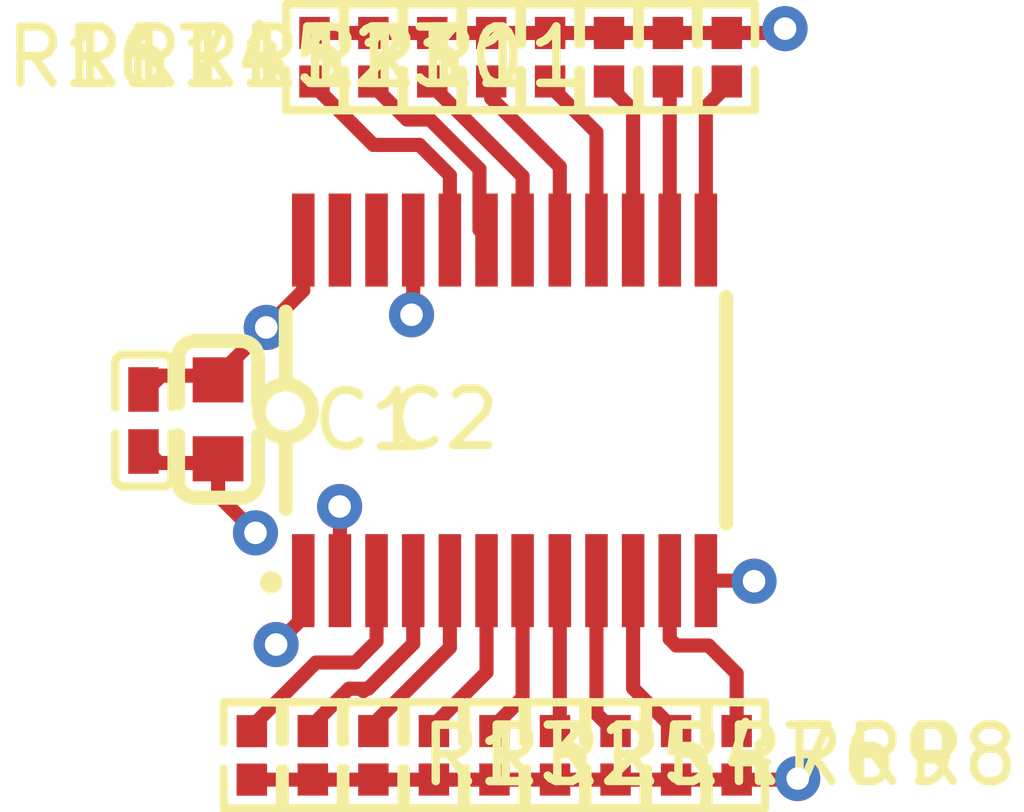
<source format=kicad_pcb>
(kicad_pcb (version 20241229) (generator "pcbnew") (generator_version "9.0")
  (layers (0 "F.Cu" signal) (2 "B.Cu" signal) (13 "F.Paste" user) (15 "B.Paste" user) (5 "F.SilkS" user "F.Silkscreen") (7 "B.SilkS" user "B.Silkscreen") (1 "F.Mask" user) (3 "B.Mask" user) (25 "Edge.Cuts" user))
  (net 0 "")
  (net 1 "SCL")
  (net 2 "SD4")
  (net 3 "RESET_")
  (net 4 "A0")
  (net 5 "SC7")
  (net 6 "SDA")
  (net 7 "hv")
  (net 8 "SC1")
  (net 9 "SC4")
  (net 10 "SC5")
  (net 11 "SD1")
  (net 12 "SD3")
  (net 13 "SD0")
  (net 14 "SD2")
  (net 15 "SC2")
  (net 16 "SC6")
  (net 17 "SC0")
  (net 18 "SD6")
  (net 19 "SC3")
  (net 20 "SD7")
  (net 21 "SD5")
  (net 22 "A2")
  (net 23 "A1")
  (net 24 "gnd")
  (footprint "atopile:R0402-56259e" (layer "F.Cu") (at 193.518093 58.289552 -90)
    (property "Reference" "R1" (hide yes))
    (property "Value" "10kΩ ±1% 62.5mW" (hide yes))
    (fp_line (start -0.94 0.5) (end -0.94 -0.5) (stroke (width 0.15)) (layer "F.SilkS"))
    (fp_line (start -0.23 0.5) (end -0.94 0.5) (stroke (width 0.15)) (layer "F.SilkS"))
    (fp_line (start 0.23 0.5) (end 0.94 0.5) (stroke (width 0.15)) (layer "F.SilkS"))
    (fp_line (start 0.94 0.5) (end 0.94 -0.5) (stroke (width 0.15)) (layer "F.SilkS"))
    (fp_line (start -0.94 -0.5) (end -0.23 -0.5) (stroke (width 0.15)) (layer "F.SilkS"))
    (fp_line (start 0.94 -0.5) (end 0.23 -0.5) (stroke (width 0.15)) (layer "F.SilkS"))
    (fp_text user "${REFERENCE}" (at 0 -4 0) (layer "F.SilkS"))
    (pad "1" smd rect (at -0.43 0 270) (size 0.57 0.54) (layers "F.Cu" "F.Mask" "F.Paste") (net 3 "RESET_"))
    (pad "2" smd rect (at 0.43 0 270) (size 0.57 0.54) (layers "F.Cu" "F.Mask" "F.Paste") (net 7 "hv"))
  )
  (footprint "atopile:R0402-56259e" (layer "F.Cu") (at 197.763033 45.907076 90)
    (property "Reference" "R15" (hide yes))
    (property "Value" "10kΩ ±1% 62.5mW" (hide yes))
    (fp_line (start 0.94 -0.5) (end 0.23 -0.5) (stroke (width 0.15)) (layer "F.SilkS"))
    (fp_line (start -0.94 -0.5) (end -0.23 -0.5) (stroke (width 0.15)) (layer "F.SilkS"))
    (fp_line (start 0.94 0.5) (end 0.94 -0.5) (stroke (width 0.15)) (layer "F.SilkS"))
    (fp_line (start 0.23 0.5) (end 0.94 0.5) (stroke (width 0.15)) (layer "F.SilkS"))
    (fp_line (start -0.23 0.5) (end -0.94 0.5) (stroke (width 0.15)) (layer "F.SilkS"))
    (fp_line (start -0.94 0.5) (end -0.94 -0.5) (stroke (width 0.15)) (layer "F.SilkS"))
    (fp_text user "${REFERENCE}" (at 0 -4 0) (layer "F.SilkS"))
    (pad "1" smd rect (at -0.43 0 90) (size 0.57 0.54) (layers "F.Cu" "F.Mask" "F.Paste") (net 18 "SD6"))
    (pad "2" smd rect (at 0.43 0 90) (size 0.57 0.54) (layers "F.Cu" "F.Mask" "F.Paste") (net 7 "hv"))
  )
  (footprint "atopile:R0402-56259e" (layer "F.Cu") (at 194.628912 45.907076 90)
    (property "Reference" "R16" (hide yes))
    (property "Value" "10kΩ ±1% 62.5mW" (hide yes))
    (fp_line (start 0.94 -0.5) (end 0.23 -0.5) (stroke (width 0.15)) (layer "F.SilkS"))
    (fp_line (start -0.94 -0.5) (end -0.23 -0.5) (stroke (width 0.15)) (layer "F.SilkS"))
    (fp_line (start 0.94 0.5) (end 0.94 -0.5) (stroke (width 0.15)) (layer "F.SilkS"))
    (fp_line (start 0.23 0.5) (end 0.94 0.5) (stroke (width 0.15)) (layer "F.SilkS"))
    (fp_line (start -0.23 0.5) (end -0.94 0.5) (stroke (width 0.15)) (layer "F.SilkS"))
    (fp_line (start -0.94 0.5) (end -0.94 -0.5) (stroke (width 0.15)) (layer "F.SilkS"))
    (fp_text user "${REFERENCE}" (at 0 -4 0) (layer "F.SilkS"))
    (pad "1" smd rect (at -0.43 0 90) (size 0.57 0.54) (layers "F.Cu" "F.Mask" "F.Paste") (net 5 "SC7"))
    (pad "2" smd rect (at 0.43 0 90) (size 0.57 0.54) (layers "F.Cu" "F.Mask" "F.Paste") (net 7 "hv"))
  )
  (footprint "atopile:R0402-56259e" (layer "F.Cu") (at 197.821241 58.287358 -90)
    (property "Reference" "R4" (hide yes))
    (property "Value" "10kΩ ±1% 62.5mW" (hide yes))
    (fp_line (start -0.94 0.5) (end -0.94 -0.5) (stroke (width 0.15)) (layer "F.SilkS"))
    (fp_line (start -0.23 0.5) (end -0.94 0.5) (stroke (width 0.15)) (layer "F.SilkS"))
    (fp_line (start 0.23 0.5) (end 0.94 0.5) (stroke (width 0.15)) (layer "F.SilkS"))
    (fp_line (start 0.94 0.5) (end 0.94 -0.5) (stroke (width 0.15)) (layer "F.SilkS"))
    (fp_line (start -0.94 -0.5) (end -0.23 -0.5) (stroke (width 0.15)) (layer "F.SilkS"))
    (fp_line (start 0.94 -0.5) (end 0.23 -0.5) (stroke (width 0.15)) (layer "F.SilkS"))
    (fp_text user "${REFERENCE}" (at 0 -4 0) (layer "F.SilkS"))
    (pad "1" smd rect (at -0.43 0 270) (size 0.57 0.54) (layers "F.Cu" "F.Mask" "F.Paste") (net 8 "SC1"))
    (pad "2" smd rect (at 0.43 0 270) (size 0.57 0.54) (layers "F.Cu" "F.Mask" "F.Paste") (net 7 "hv"))
  )
  (footprint "atopile:R0402-56259e" (layer "F.Cu") (at 196.747475 58.287358 -90)
    (property "Reference" "R5" (hide yes))
    (property "Value" "10kΩ ±1% 62.5mW" (hide yes))
    (fp_line (start -0.94 0.5) (end -0.94 -0.5) (stroke (width 0.15)) (layer "F.SilkS"))
    (fp_line (start -0.23 0.5) (end -0.94 0.5) (stroke (width 0.15)) (layer "F.SilkS"))
    (fp_line (start 0.23 0.5) (end 0.94 0.5) (stroke (width 0.15)) (layer "F.SilkS"))
    (fp_line (start 0.94 0.5) (end 0.94 -0.5) (stroke (width 0.15)) (layer "F.SilkS"))
    (fp_line (start -0.94 -0.5) (end -0.23 -0.5) (stroke (width 0.15)) (layer "F.SilkS"))
    (fp_line (start 0.94 -0.5) (end 0.23 -0.5) (stroke (width 0.15)) (layer "F.SilkS"))
    (fp_text user "${REFERENCE}" (at 0 -4 0) (layer "F.SilkS"))
    (pad "1" smd rect (at -0.43 0 270) (size 0.57 0.54) (layers "F.Cu" "F.Mask" "F.Paste") (net 11 "SD1"))
    (pad "2" smd rect (at 0.43 0 270) (size 0.57 0.54) (layers "F.Cu" "F.Mask" "F.Paste") (net 7 "hv"))
  )
  (footprint "atopile:C0603-bd72f6" (layer "F.Cu") (at 192.91898 52.329291 -90)
    (property "Reference" "C2" (hide yes))
    (property "Value" "2.2µF ±10% 16V X5R" (hide yes))
    (fp_line (start -0.28 0.71) (end -1.08 0.71) (stroke (width 0.25)) (layer "F.SilkS"))
    (fp_line (start 0.28 0.71) (end 1.08 0.71) (stroke (width 0.25)) (layer "F.SilkS"))
    (fp_line (start -1.39 0.4) (end -1.39 -0.4) (stroke (width 0.25)) (layer "F.SilkS"))
    (fp_line (start 1.39 -0.4) (end 1.39 0.4) (stroke (width 0.25)) (layer "F.SilkS"))
    (fp_line (start -0.28 -0.71) (end -1.08 -0.71) (stroke (width 0.25)) (layer "F.SilkS"))
    (fp_line (start 0.28 -0.71) (end 1.08 -0.71) (stroke (width 0.25)) (layer "F.SilkS"))
    (fp_arc (start -1.08 0.71) (mid -1.299203 0.619203) (end -1.39 0.4) (stroke (width 0.25)) (layer "F.SilkS"))
    (fp_arc (start 1.39 0.4) (mid 1.299203 0.619203) (end 1.08 0.71) (stroke (width 0.25)) (layer "F.SilkS"))
    (fp_arc (start -1.39 -0.4) (mid -1.299203 -0.619203) (end -1.08 -0.71) (stroke (width 0.25)) (layer "F.SilkS"))
    (fp_arc (start 1.08 -0.71) (mid 1.299203 -0.619203) (end 1.39 -0.4) (stroke (width 0.25)) (layer "F.SilkS"))
    (fp_text user "${REFERENCE}" (at 0 -4 0) (layer "F.SilkS"))
    (pad "1" smd rect (at -0.7 0 270) (size 0.8 0.9) (layers "F.Cu" "F.Mask" "F.Paste") (net 7 "hv"))
    (pad "2" smd rect (at 0.7 0 270) (size 0.8 0.9) (layers "F.Cu" "F.Mask" "F.Paste") (net 24 "gnd"))
  )
  (footprint "atopile:R0402-56259e" (layer "F.Cu") (at 202.116307 58.287358 -90)
    (property "Reference" "R8" (hide yes))
    (property "Value" "10kΩ ±1% 62.5mW" (hide yes))
    (fp_line (start -0.94 0.5) (end -0.94 -0.5) (stroke (width 0.15)) (layer "F.SilkS"))
    (fp_line (start -0.23 0.5) (end -0.94 0.5) (stroke (width 0.15)) (layer "F.SilkS"))
    (fp_line (start 0.23 0.5) (end 0.94 0.5) (stroke (width 0.15)) (layer "F.SilkS"))
    (fp_line (start 0.94 0.5) (end 0.94 -0.5) (stroke (width 0.15)) (layer "F.SilkS"))
    (fp_line (start -0.94 -0.5) (end -0.23 -0.5) (stroke (width 0.15)) (layer "F.SilkS"))
    (fp_line (start 0.94 -0.5) (end 0.23 -0.5) (stroke (width 0.15)) (layer "F.SilkS"))
    (fp_text user "${REFERENCE}" (at 0 -4 0) (layer "F.SilkS"))
    (pad "1" smd rect (at -0.43 0 270) (size 0.57 0.54) (layers "F.Cu" "F.Mask" "F.Paste") (net 19 "SC3"))
    (pad "2" smd rect (at 0.43 0 270) (size 0.57 0.54) (layers "F.Cu" "F.Mask" "F.Paste") (net 7 "hv"))
  )
  (footprint "atopile:R0402-56259e" (layer "F.Cu") (at 201.941863 45.907076 90)
    (property "Reference" "R11" (hide yes))
    (property "Value" "10kΩ ±1% 62.5mW" (hide yes))
    (fp_line (start 0.94 -0.5) (end 0.23 -0.5) (stroke (width 0.15)) (layer "F.SilkS"))
    (fp_line (start -0.94 -0.5) (end -0.23 -0.5) (stroke (width 0.15)) (layer "F.SilkS"))
    (fp_line (start 0.94 0.5) (end 0.94 -0.5) (stroke (width 0.15)) (layer "F.SilkS"))
    (fp_line (start 0.23 0.5) (end 0.94 0.5) (stroke (width 0.15)) (layer "F.SilkS"))
    (fp_line (start -0.23 0.5) (end -0.94 0.5) (stroke (width 0.15)) (layer "F.SilkS"))
    (fp_line (start -0.94 0.5) (end -0.94 -0.5) (stroke (width 0.15)) (layer "F.SilkS"))
    (fp_text user "${REFERENCE}" (at 0 -4 0) (layer "F.SilkS"))
    (pad "1" smd rect (at -0.43 0 90) (size 0.57 0.54) (layers "F.Cu" "F.Mask" "F.Paste") (net 2 "SD4"))
    (pad "2" smd rect (at 0.43 0 90) (size 0.57 0.54) (layers "F.Cu" "F.Mask" "F.Paste") (net 7 "hv"))
  )
  (footprint "atopile:R0402-56259e" (layer "F.Cu") (at 195.673619 45.907076 90)
    (property "Reference" "R17" (hide yes))
    (property "Value" "10kΩ ±1% 62.5mW" (hide yes))
    (fp_line (start 0.94 -0.5) (end 0.23 -0.5) (stroke (width 0.15)) (layer "F.SilkS"))
    (fp_line (start -0.94 -0.5) (end -0.23 -0.5) (stroke (width 0.15)) (layer "F.SilkS"))
    (fp_line (start 0.94 0.5) (end 0.94 -0.5) (stroke (width 0.15)) (layer "F.SilkS"))
    (fp_line (start 0.23 0.5) (end 0.94 0.5) (stroke (width 0.15)) (layer "F.SilkS"))
    (fp_line (start -0.23 0.5) (end -0.94 0.5) (stroke (width 0.15)) (layer "F.SilkS"))
    (fp_line (start -0.94 0.5) (end -0.94 -0.5) (stroke (width 0.15)) (layer "F.SilkS"))
    (fp_text user "${REFERENCE}" (at 0 -4 0) (layer "F.SilkS"))
    (pad "1" smd rect (at -0.43 0 90) (size 0.57 0.54) (layers "F.Cu" "F.Mask" "F.Paste") (net 20 "SD7"))
    (pad "2" smd rect (at 0.43 0 90) (size 0.57 0.54) (layers "F.Cu" "F.Mask" "F.Paste") (net 7 "hv"))
  )
  (footprint "atopile:R0402-56259e" (layer "F.Cu") (at 199.852447 45.907076 90)
    (property "Reference" "R13" (hide yes))
    (property "Value" "10kΩ ±1% 62.5mW" (hide yes))
    (fp_line (start 0.94 -0.5) (end 0.23 -0.5) (stroke (width 0.15)) (layer "F.SilkS"))
    (fp_line (start -0.94 -0.5) (end -0.23 -0.5) (stroke (width 0.15)) (layer "F.SilkS"))
    (fp_line (start 0.94 0.5) (end 0.94 -0.5) (stroke (width 0.15)) (layer "F.SilkS"))
    (fp_line (start 0.23 0.5) (end 0.94 0.5) (stroke (width 0.15)) (layer "F.SilkS"))
    (fp_line (start -0.23 0.5) (end -0.94 0.5) (stroke (width 0.15)) (layer "F.SilkS"))
    (fp_line (start -0.94 0.5) (end -0.94 -0.5) (stroke (width 0.15)) (layer "F.SilkS"))
    (fp_text user "${REFERENCE}" (at 0 -4 0) (layer "F.SilkS"))
    (pad "1" smd rect (at -0.43 0 90) (size 0.57 0.54) (layers "F.Cu" "F.Mask" "F.Paste") (net 21 "SD5"))
    (pad "2" smd rect (at 0.43 0 90) (size 0.57 0.54) (layers "F.Cu" "F.Mask" "F.Paste") (net 7 "hv"))
  )
  (footprint "atopile:C0402-b3ef17" (layer "F.Cu") (at 191.596082 52.349702 -90)
    (property "Reference" "C1" (hide yes))
    (property "Value" "100nF ±10% 16V X7R" (hide yes))
    (fp_line (start -0.23 0.5) (end -1.02 0.5) (stroke (width 0.15)) (layer "F.SilkS"))
    (fp_line (start 0.23 0.5) (end 1.02 0.5) (stroke (width 0.15)) (layer "F.SilkS"))
    (fp_line (start -1.17 0.35) (end -1.17 -0.35) (stroke (width 0.15)) (layer "F.SilkS"))
    (fp_line (start 1.17 0.35) (end 1.17 -0.35) (stroke (width 0.15)) (layer "F.SilkS"))
    (fp_line (start -1.02 -0.5) (end -0.23 -0.5) (stroke (width 0.15)) (layer "F.SilkS"))
    (fp_line (start 1.02 -0.5) (end 0.23 -0.5) (stroke (width 0.15)) (layer "F.SilkS"))
    (fp_arc (start -1.02 0.5) (mid -1.126066 0.456066) (end -1.17 0.35) (stroke (width 0.15)) (layer "F.SilkS"))
    (fp_arc (start 1.17 0.35) (mid 1.126066 0.456066) (end 1.02 0.5) (stroke (width 0.15)) (layer "F.SilkS"))
    (fp_arc (start -1.17 -0.35) (mid -1.126066 -0.456066) (end -1.02 -0.5) (stroke (width 0.15)) (layer "F.SilkS"))
    (fp_arc (start 1.02 -0.5) (mid 1.126066 -0.456066) (end 1.17 -0.35) (stroke (width 0.15)) (layer "F.SilkS"))
    (fp_text user "${REFERENCE}" (at 0 -4 0) (layer "F.SilkS"))
    (pad "1" smd rect (at -0.55 0 270) (size 0.79 0.54) (layers "F.Cu" "F.Mask" "F.Paste") (net 7 "hv"))
    (pad "2" smd rect (at 0.55 0 270) (size 0.79 0.54) (layers "F.Cu" "F.Mask" "F.Paste") (net 24 "gnd"))
  )
  (footprint "lib:TSSOP-24_L7.8-W4.4-P0.65-LS6.4-BL" (layer "F.Cu") (at 198 52.17)
    (property "Reference" "U1" (hide yes))
    (property "Value" "" (hide yes))
    (fp_line (start -3.88 -0.48) (end -3.88 -1.75) (stroke (width 0.25)) (layer "F.SilkS"))
    (fp_line (start -3.88 1.75) (end -3.88 0.48) (stroke (width 0.25)) (layer "F.SilkS"))
    (fp_line (start 3.93 -2.01) (end 3.93 2.01) (stroke (width 0.25)) (layer "F.SilkS"))
    (fp_arc (start -3.888203 0.479928) (mid -3.87585 -0.459982) (end -3.88 0.48) (stroke (width 0.25)) (layer "F.SilkS"))
    (fp_circle (center -4.14 3.05) (end -4.04 3.05) (stroke (width 0.2)) (fill no) (layer "F.SilkS"))
    (pad "1" smd rect (at -3.57 3.02) (size 0.4 1.65) (layers "F.Cu" "F.Mask" "F.Paste") (net 4 "A0"))
    (pad "2" smd rect (at -2.92 3.02) (size 0.4 1.65) (layers "F.Cu" "F.Mask" "F.Paste") (net 23 "A1"))
    (pad "3" smd rect (at -2.27 3.02) (size 0.4 1.65) (layers "F.Cu" "F.Mask" "F.Paste") (net 3 "RESET_"))
    (pad "4" smd rect (at -1.62 3.02) (size 0.4 1.65) (layers "F.Cu" "F.Mask" "F.Paste") (net 13 "SD0"))
    (pad "5" smd rect (at -0.97 3.02) (size 0.4 1.65) (layers "F.Cu" "F.Mask" "F.Paste") (net 17 "SC0"))
    (pad "6" smd rect (at -0.32 3.02) (size 0.4 1.65) (layers "F.Cu" "F.Mask" "F.Paste") (net 11 "SD1"))
    (pad "7" smd rect (at 0.32 3.02) (size 0.4 1.65) (layers "F.Cu" "F.Mask" "F.Paste") (net 8 "SC1"))
    (pad "8" smd rect (at 0.98 3.02) (size 0.4 1.65) (layers "F.Cu" "F.Mask" "F.Paste") (net 14 "SD2"))
    (pad "9" smd rect (at 1.63 3.02) (size 0.4 1.65) (layers "F.Cu" "F.Mask" "F.Paste") (net 15 "SC2"))
    (pad "10" smd rect (at 2.28 3.02) (size 0.4 1.65) (layers "F.Cu" "F.Mask" "F.Paste") (net 12 "SD3"))
    (pad "11" smd rect (at 2.93 3.02) (size 0.4 1.65) (layers "F.Cu" "F.Mask" "F.Paste") (net 19 "SC3"))
    (pad "12" smd rect (at 3.57 3.02) (size 0.4 1.65) (layers "F.Cu" "F.Mask" "F.Paste") (net 24 "gnd"))
    (pad "13" smd rect (at 3.57 -3.02) (size 0.4 1.65) (layers "F.Cu" "F.Mask" "F.Paste") (net 2 "SD4"))
    (pad "14" smd rect (at 2.93 -3.02) (size 0.4 1.65) (layers "F.Cu" "F.Mask" "F.Paste") (net 9 "SC4"))
    (pad "15" smd rect (at 2.28 -3.02) (size 0.4 1.65) (layers "F.Cu" "F.Mask" "F.Paste") (net 21 "SD5"))
    (pad "16" smd rect (at 1.63 -3.02) (size 0.4 1.65) (layers "F.Cu" "F.Mask" "F.Paste") (net 10 "SC5"))
    (pad "17" smd rect (at 0.98 -3.02) (size 0.4 1.65) (layers "F.Cu" "F.Mask" "F.Paste") (net 18 "SD6"))
    (pad "18" smd rect (at 0.32 -3.02) (size 0.4 1.65) (layers "F.Cu" "F.Mask" "F.Paste") (net 16 "SC6"))
    (pad "19" smd rect (at -0.32 -3.02) (size 0.4 1.65) (layers "F.Cu" "F.Mask" "F.Paste") (net 20 "SD7"))
    (pad "20" smd rect (at -0.97 -3.02) (size 0.4 1.65) (layers "F.Cu" "F.Mask" "F.Paste") (net 5 "SC7"))
    (pad "21" smd rect (at -1.62 -3.02) (size 0.4 1.65) (layers "F.Cu" "F.Mask" "F.Paste") (net 22 "A2"))
    (pad "22" smd rect (at -2.27 -3.02) (size 0.4 1.65) (layers "F.Cu" "F.Mask" "F.Paste") (net 1 "SCL"))
    (pad "23" smd rect (at -2.92 -3.02) (size 0.4 1.65) (layers "F.Cu" "F.Mask" "F.Paste") (net 6 "SDA"))
    (pad "24" smd rect (at -3.57 -3.02) (size 0.4 1.65) (layers "F.Cu" "F.Mask" "F.Paste") (net 7 "hv"))
  )
  (footprint "atopile:R0402-56259e" (layer "F.Cu") (at 200.897154 45.907076 90)
    (property "Reference" "R10" (hide yes))
    (property "Value" "10kΩ ±1% 62.5mW" (hide yes))
    (fp_line (start 0.94 -0.5) (end 0.23 -0.5) (stroke (width 0.15)) (layer "F.SilkS"))
    (fp_line (start -0.94 -0.5) (end -0.23 -0.5) (stroke (width 0.15)) (layer "F.SilkS"))
    (fp_line (start 0.94 0.5) (end 0.94 -0.5) (stroke (width 0.15)) (layer "F.SilkS"))
    (fp_line (start 0.23 0.5) (end 0.94 0.5) (stroke (width 0.15)) (layer "F.SilkS"))
    (fp_line (start -0.23 0.5) (end -0.94 0.5) (stroke (width 0.15)) (layer "F.SilkS"))
    (fp_line (start -0.94 0.5) (end -0.94 -0.5) (stroke (width 0.15)) (layer "F.SilkS"))
    (fp_text user "${REFERENCE}" (at 0 -4 0) (layer "F.SilkS"))
    (pad "1" smd rect (at -0.43 0 90) (size 0.57 0.54) (layers "F.Cu" "F.Mask" "F.Paste") (net 9 "SC4"))
    (pad "2" smd rect (at 0.43 0 90) (size 0.57 0.54) (layers "F.Cu" "F.Mask" "F.Paste") (net 7 "hv"))
  )
  (footprint "atopile:R0402-56259e" (layer "F.Cu") (at 198.895007 58.287358 -90)
    (property "Reference" "R7" (hide yes))
    (property "Value" "10kΩ ±1% 62.5mW" (hide yes))
    (fp_line (start -0.94 0.5) (end -0.94 -0.5) (stroke (width 0.15)) (layer "F.SilkS"))
    (fp_line (start -0.23 0.5) (end -0.94 0.5) (stroke (width 0.15)) (layer "F.SilkS"))
    (fp_line (start 0.23 0.5) (end 0.94 0.5) (stroke (width 0.15)) (layer "F.SilkS"))
    (fp_line (start 0.94 0.5) (end 0.94 -0.5) (stroke (width 0.15)) (layer "F.SilkS"))
    (fp_line (start -0.94 -0.5) (end -0.23 -0.5) (stroke (width 0.15)) (layer "F.SilkS"))
    (fp_line (start 0.94 -0.5) (end 0.23 -0.5) (stroke (width 0.15)) (layer "F.SilkS"))
    (fp_text user "${REFERENCE}" (at 0 -4 0) (layer "F.SilkS"))
    (pad "1" smd rect (at -0.43 0 270) (size 0.57 0.54) (layers "F.Cu" "F.Mask" "F.Paste") (net 14 "SD2"))
    (pad "2" smd rect (at 0.43 0 270) (size 0.57 0.54) (layers "F.Cu" "F.Mask" "F.Paste") (net 7 "hv"))
  )
  (footprint "atopile:R0402-56259e" (layer "F.Cu") (at 201.042539 58.287358 -90)
    (property "Reference" "R9" (hide yes))
    (property "Value" "10kΩ ±1% 62.5mW" (hide yes))
    (fp_line (start -0.94 0.5) (end -0.94 -0.5) (stroke (width 0.15)) (layer "F.SilkS"))
    (fp_line (start -0.23 0.5) (end -0.94 0.5) (stroke (width 0.15)) (layer "F.SilkS"))
    (fp_line (start 0.23 0.5) (end 0.94 0.5) (stroke (width 0.15)) (layer "F.SilkS"))
    (fp_line (start 0.94 0.5) (end 0.94 -0.5) (stroke (width 0.15)) (layer "F.SilkS"))
    (fp_line (start -0.94 -0.5) (end -0.23 -0.5) (stroke (width 0.15)) (layer "F.SilkS"))
    (fp_line (start 0.94 -0.5) (end 0.23 -0.5) (stroke (width 0.15)) (layer "F.SilkS"))
    (fp_text user "${REFERENCE}" (at 0 -4 0) (layer "F.SilkS"))
    (pad "1" smd rect (at -0.43 0 270) (size 0.57 0.54) (layers "F.Cu" "F.Mask" "F.Paste") (net 12 "SD3"))
    (pad "2" smd rect (at 0.43 0 270) (size 0.57 0.54) (layers "F.Cu" "F.Mask" "F.Paste") (net 7 "hv"))
  )
  (footprint "atopile:R0402-56259e" (layer "F.Cu") (at 199.968773 58.287358 -90)
    (property "Reference" "R6" (hide yes))
    (property "Value" "10kΩ ±1% 62.5mW" (hide yes))
    (fp_line (start -0.94 0.5) (end -0.94 -0.5) (stroke (width 0.15)) (layer "F.SilkS"))
    (fp_line (start -0.23 0.5) (end -0.94 0.5) (stroke (width 0.15)) (layer "F.SilkS"))
    (fp_line (start 0.23 0.5) (end 0.94 0.5) (stroke (width 0.15)) (layer "F.SilkS"))
    (fp_line (start 0.94 0.5) (end 0.94 -0.5) (stroke (width 0.15)) (layer "F.SilkS"))
    (fp_line (start -0.94 -0.5) (end -0.23 -0.5) (stroke (width 0.15)) (layer "F.SilkS"))
    (fp_line (start 0.94 -0.5) (end 0.23 -0.5) (stroke (width 0.15)) (layer "F.SilkS"))
    (fp_text user "${REFERENCE}" (at 0 -4 0) (layer "F.SilkS"))
    (pad "1" smd rect (at -0.43 0 270) (size 0.57 0.54) (layers "F.Cu" "F.Mask" "F.Paste") (net 15 "SC2"))
    (pad "2" smd rect (at 0.43 0 270) (size 0.57 0.54) (layers "F.Cu" "F.Mask" "F.Paste") (net 7 "hv"))
  )
  (footprint "atopile:R0402-56259e" (layer "F.Cu") (at 198.80774 45.907076 90)
    (property "Reference" "R12" (hide yes))
    (property "Value" "10kΩ ±1% 62.5mW" (hide yes))
    (fp_line (start 0.94 -0.5) (end 0.23 -0.5) (stroke (width 0.15)) (layer "F.SilkS"))
    (fp_line (start -0.94 -0.5) (end -0.23 -0.5) (stroke (width 0.15)) (layer "F.SilkS"))
    (fp_line (start 0.94 0.5) (end 0.94 -0.5) (stroke (width 0.15)) (layer "F.SilkS"))
    (fp_line (start 0.23 0.5) (end 0.94 0.5) (stroke (width 0.15)) (layer "F.SilkS"))
    (fp_line (start -0.23 0.5) (end -0.94 0.5) (stroke (width 0.15)) (layer "F.SilkS"))
    (fp_line (start -0.94 0.5) (end -0.94 -0.5) (stroke (width 0.15)) (layer "F.SilkS"))
    (fp_text user "${REFERENCE}" (at 0 -4 0) (layer "F.SilkS"))
    (pad "1" smd rect (at -0.43 0 90) (size 0.57 0.54) (layers "F.Cu" "F.Mask" "F.Paste") (net 10 "SC5"))
    (pad "2" smd rect (at 0.43 0 90) (size 0.57 0.54) (layers "F.Cu" "F.Mask" "F.Paste") (net 7 "hv"))
  )
  (footprint "atopile:R0402-56259e" (layer "F.Cu") (at 196.718326 45.907076 90)
    (property "Reference" "R14" (hide yes))
    (property "Value" "10kΩ ±1% 62.5mW" (hide yes))
    (fp_line (start 0.94 -0.5) (end 0.23 -0.5) (stroke (width 0.15)) (layer "F.SilkS"))
    (fp_line (start -0.94 -0.5) (end -0.23 -0.5) (stroke (width 0.15)) (layer "F.SilkS"))
    (fp_line (start 0.94 0.5) (end 0.94 -0.5) (stroke (width 0.15)) (layer "F.SilkS"))
    (fp_line (start 0.23 0.5) (end 0.94 0.5) (stroke (width 0.15)) (layer "F.SilkS"))
    (fp_line (start -0.23 0.5) (end -0.94 0.5) (stroke (width 0.15)) (layer "F.SilkS"))
    (fp_line (start -0.94 0.5) (end -0.94 -0.5) (stroke (width 0.15)) (layer "F.SilkS"))
    (fp_text user "${REFERENCE}" (at 0 -4 0) (layer "F.SilkS"))
    (pad "1" smd rect (at -0.43 0 90) (size 0.57 0.54) (layers "F.Cu" "F.Mask" "F.Paste") (net 16 "SC6"))
    (pad "2" smd rect (at 0.43 0 90) (size 0.57 0.54) (layers "F.Cu" "F.Mask" "F.Paste") (net 7 "hv"))
  )
  (footprint "atopile:R0402-56259e" (layer "F.Cu") (at 195.673709 58.287358 -90)
    (property "Reference" "R2" (hide yes))
    (property "Value" "10kΩ ±1% 62.5mW" (hide yes))
    (fp_line (start -0.94 0.5) (end -0.94 -0.5) (stroke (width 0.15)) (layer "F.SilkS"))
    (fp_line (start -0.23 0.5) (end -0.94 0.5) (stroke (width 0.15)) (layer "F.SilkS"))
    (fp_line (start 0.23 0.5) (end 0.94 0.5) (stroke (width 0.15)) (layer "F.SilkS"))
    (fp_line (start 0.94 0.5) (end 0.94 -0.5) (stroke (width 0.15)) (layer "F.SilkS"))
    (fp_line (start -0.94 -0.5) (end -0.23 -0.5) (stroke (width 0.15)) (layer "F.SilkS"))
    (fp_line (start 0.94 -0.5) (end 0.23 -0.5) (stroke (width 0.15)) (layer "F.SilkS"))
    (fp_text user "${REFERENCE}" (at 0 -4 0) (layer "F.SilkS"))
    (pad "1" smd rect (at -0.43 0 270) (size 0.57 0.54) (layers "F.Cu" "F.Mask" "F.Paste") (net 17 "SC0"))
    (pad "2" smd rect (at 0.43 0 270) (size 0.57 0.54) (layers "F.Cu" "F.Mask" "F.Paste") (net 7 "hv"))
  )
  (footprint "atopile:R0402-56259e" (layer "F.Cu") (at 194.599943 58.287358 -90)
    (property "Reference" "R3" (hide yes))
    (property "Value" "10kΩ ±1% 62.5mW" (hide yes))
    (fp_line (start -0.94 0.5) (end -0.94 -0.5) (stroke (width 0.15)) (layer "F.SilkS"))
    (fp_line (start -0.23 0.5) (end -0.94 0.5) (stroke (width 0.15)) (layer "F.SilkS"))
    (fp_line (start 0.23 0.5) (end 0.94 0.5) (stroke (width 0.15)) (layer "F.SilkS"))
    (fp_line (start 0.94 0.5) (end 0.94 -0.5) (stroke (width 0.15)) (layer "F.SilkS"))
    (fp_line (start -0.94 -0.5) (end -0.23 -0.5) (stroke (width 0.15)) (layer "F.SilkS"))
    (fp_line (start 0.94 -0.5) (end 0.23 -0.5) (stroke (width 0.15)) (layer "F.SilkS"))
    (fp_text user "${REFERENCE}" (at 0 -4 0) (layer "F.SilkS"))
    (pad "1" smd rect (at -0.43 0 270) (size 0.57 0.54) (layers "F.Cu" "F.Mask" "F.Paste") (net 13 "SD0"))
    (pad "2" smd rect (at 0.43 0 270) (size 0.57 0.54) (layers "F.Cu" "F.Mask" "F.Paste") (net 7 "hv"))
  )
  (segment (start 201.57 46.788939) (end 201.57 49.15) (width 0.25) (layer "F.Cu") (net 2))
  (segment (start 201.941863 46.417076) (end 201.57 46.788939) (width 0.25) (layer "F.Cu") (net 2))
  (segment (start 195.73 55.19) (end 195.73 56.265) (width 0.25) (layer "F.Cu") (net 3))
  (segment (start 195.73 56.265) (end 195.353 56.642) (width 0.25) (layer "F.Cu") (net 3))
  (segment (start 195.353 56.642) (end 194.655645 56.642) (width 0.25) (layer "F.Cu") (net 3))
  (segment (start 194.655645 56.642) (end 193.518093 57.779552) (width 0.25) (layer "F.Cu") (net 3))
  (segment (start 194.43 55.84234) (end 193.94867 56.32367) (width 0.25) (layer "F.Cu") (net 4))
  (segment (start 194.43 55.19) (end 194.43 55.84234) (width 0.25) (layer "F.Cu") (net 4))
  (via (at 193.94867 56.32367) (size 0.8) (drill 0.4) (layers "F.Cu" "B.Cu") (net 4))
  (segment (start 197.03 48.001542) (end 197.03 49.15) (width 0.25) (layer "F.Cu") (net 5))
  (segment (start 195.673912 47.462076) (end 196.490534 47.462076) (width 0.25) (layer "F.Cu") (net 5))
  (segment (start 194.628912 46.417076) (end 195.673912 47.462076) (width 0.25) (layer "F.Cu") (net 5))
  (segment (start 196.490534 47.462076) (end 197.03 48.001542) (width 0.25) (layer "F.Cu") (net 5))
  (segment (start 193.518093 58.719552) (end 203.180448 58.719552) (width 0.25) (layer "F.Cu") (net 7))
  (segment (start 201.941863 45.477076) (end 202.897924 45.477076) (width 0.25) (layer "F.Cu") (net 7))
  (segment (start 192.91898 51.55429) (end 193.774135 50.699135) (width 0.25) (layer "F.Cu") (net 7))
  (segment (start 191.911493 51.554291) (end 191.596082 51.869702) (width 0.25) (layer "F.Cu") (net 7))
  (segment (start 193.774135 50.699135) (end 192.91898 51.554291) (width 0.25) (layer "F.Cu") (net 7))
  (segment (start 194.43 50.043271) (end 193.774135 50.699135) (width 0.25) (layer "F.Cu") (net 7))
  (segment (start 192.91898 51.554291) (end 191.911493 51.554291) (width 0.25) (layer "F.Cu") (net 7))
  (segment (start 203.180448 58.719552) (end 203.2 58.7) (width 0.25) (layer "F.Cu") (net 7))
  (segment (start 194.628912 45.477076) (end 201.941863 45.477076) (width 0.25) (layer "F.Cu") (net 7))
  (segment (start 192.91898 51.629291) (end 192.91898 51.55429) (width 0.25) (layer "F.Cu") (net 7))
  (segment (start 194.43 49.15) (end 194.43 50.043271) (width 0.25) (layer "F.Cu") (net 7))
  (segment (start 202.897924 45.477076) (end 202.975 45.4) (width 0.25) (layer "F.Cu") (net 7))
  (via (at 202.975 45.4) (size 0.8) (drill 0.4) (layers "F.Cu" "B.Cu") (net 7))
  (via (at 193.774135 50.699135) (size 0.8) (drill 0.4) (layers "F.Cu" "B.Cu") (net 7))
  (via (at 203.2 58.7) (size 0.8) (drill 0.4) (layers "F.Cu" "B.Cu") (net 7))
  (segment (start 198.32 57.267112) (end 198.32 55.19) (width 0.25) (layer "F.Cu") (net 8))
  (segment (start 197.779896 57.807216) (end 198.32 57.267112) (width 0.25) (layer "F.Cu") (net 8))
  (segment (start 200.897154 46.417076) (end 200.93 46.449922) (width 0.25) (layer "F.Cu") (net 9))
  (segment (start 200.93 46.449922) (end 200.93 49.15) (width 0.25) (layer "F.Cu") (net 9))
  (segment (start 198.80774 46.417076) (end 199.63 47.239336) (width 0.25) (layer "F.Cu") (net 10))
  (segment (start 199.63 47.239336) (end 199.63 49.15) (width 0.25) (layer "F.Cu") (net 10))
  (segment (start 197.68 56.817269) (end 196.719911 57.777358) (width 0.25) (layer "F.Cu") (net 11))
  (segment (start 197.68 55.19) (end 197.68 56.817269) (width 0.25) (layer "F.Cu") (net 11))
  (segment (start 201.009565 57.829281) (end 200.28 57.099716) (width 0.25) (layer "F.Cu") (net 12))
  (segment (start 200.28 57.099716) (end 200.28 55.19) (width 0.25) (layer "F.Cu") (net 12))
  (segment (start 196.38 55.19) (end 196.38 56.3075) (width 0.25) (layer "F.Cu") (net 13))
  (segment (start 195.5375 57.1075) (end 195.495 57.15) (width 0.25) (layer "F.Cu") (net 13))
  (segment (start 195.23754 57.1075) (end 195.5375 57.1075) (width 0.25) (layer "F.Cu") (net 13))
  (segment (start 194.599943 57.745097) (end 195.23754 57.1075) (width 0.25) (layer "F.Cu") (net 13))
  (segment (start 196.38 56.3075) (end 195.58 57.1075) (width 0.25) (layer "F.Cu") (net 13))
  (segment (start 198.837849 57.83387) (end 198.98 57.691719) (width 0.25) (layer "F.Cu") (net 14))
  (segment (start 198.98 57.691719) (end 198.98 55.19) (width 0.25) (layer "F.Cu") (net 14))
  (segment (start 199.63 57.550845) (end 199.63 55.19) (width 0.25) (layer "F.Cu") (net 15))
  (segment (start 199.924836 57.845681) (end 199.63 57.550845) (width 0.25) (layer "F.Cu") (net 15))
  (segment (start 198.32 48.01875) (end 198.32 49.15) (width 0.25) (layer "F.Cu") (net 16))
  (segment (start 196.718326 46.417076) (end 198.32 48.01875) (width 0.25) (layer "F.Cu") (net 16))
  (segment (start 197.03 56.377426) (end 195.659927 57.747499) (width 0.25) (layer "F.Cu") (net 17))
  (segment (start 197.03 55.19) (end 197.03 56.377426) (width 0.25) (layer "F.Cu") (net 17))
  (segment (start 198.98 47.85) (end 198.98 49.15) (width 0.25) (layer "F.Cu") (net 18))
  (segment (start 197.763033 46.417076) (end 197.763033 46.633033) (width 0.25) (layer "F.Cu") (net 18))
  (segment (start 197.763033 46.633033) (end 198.98 47.85) (width 0.25) (layer "F.Cu") (net 18))
  (segment (start 202.116307 57.777358) (end 202.116307 56.83701) (width 0.25) (layer "F.Cu") (net 19))
  (segment (start 202.116307 56.83701) (end 201.619297 56.34) (width 0.25) (layer "F.Cu") (net 19))
  (segment (start 201.619297 56.34) (end 201.045 56.34) (width 0.25) (layer "F.Cu") (net 19))
  (segment (start 201.045 56.34) (end 200.93 56.225) (width 0.25) (layer "F.Cu") (net 19))
  (segment (start 200.93 56.225) (end 200.93 55.19) (width 0.25) (layer "F.Cu") (net 19))
  (segment (start 197.555 47.890146) (end 196.67693 47.012076) (width 0.25) (layer "F.Cu") (net 20))
  (segment (start 197.555 48.965) (end 197.555 47.890146) (width 0.25) (layer "F.Cu") (net 20))
  (segment (start 197.68 49.15) (end 197.74 49.15) (width 0.25) (layer "F.Cu") (net 20))
  (segment (start 197.74 49.15) (end 197.555 48.965) (width 0.25) (layer "F.Cu") (net 20))
  (segment (start 196.67693 47.012076) (end 196.268619 47.012076) (width 0.25) (layer "F.Cu") (net 20))
  (segment (start 196.268619 47.012076) (end 195.673619 46.417076) (width 0.25) (layer "F.Cu") (net 20))
  (segment (start 200.28 46.844629) (end 200.28 49.15) (width 0.25) (layer "F.Cu") (net 21))
  (segment (start 199.852447 46.417076) (end 200.28 46.844629) (width 0.25) (layer "F.Cu") (net 21))
  (segment (start 196.38 50.445) (end 196.35 50.475) (width 0.25) (layer "F.Cu") (net 22))
  (segment (start 196.38 49.15) (end 196.38 50.445) (width 0.25) (layer "F.Cu") (net 22))
  (via (at 196.35 50.475) (size 0.8) (drill 0.4) (layers "F.Cu" "B.Cu") (net 22))
  (segment (start 195.08 53.88) (end 195.075 53.875) (width 0.25) (layer "F.Cu") (net 23))
  (segment (start 195.08 55.19) (end 195.08 53.88) (width 0.25) (layer "F.Cu") (net 23))
  (via (at 195.075 53.875) (size 0.8) (drill 0.4) (layers "F.Cu" "B.Cu") (net 23))
  (segment (start 192.91898 53.67898) (end 193.5825 54.3425) (width 0.25) (layer "F.Cu") (net 24))
  (segment (start 192.91898 53.104291) (end 191.870671 53.104291) (width 0.25) (layer "F.Cu") (net 24))
  (segment (start 191.870671 53.104291) (end 191.596082 52.829702) (width 0.25) (layer "F.Cu") (net 24))
  (segment (start 201.57 55.19) (end 202.415 55.19) (width 0.25) (layer "F.Cu") (net 24))
  (segment (start 192.91898 53.029291) (end 192.91898 53.67898) (width 0.25) (layer "F.Cu") (net 24))
  (segment (start 202.415 55.19) (end 202.425 55.2) (width 0.25) (layer "F.Cu") (net 24))
  (segment (start 192.91898 53.104291) (end 192.91898 53.67898) (width 0.25) (layer "F.Cu") (net 24))
  (via (at 193.5825 54.3425) (size 0.8) (drill 0.4) (layers "F.Cu" "B.Cu") (net 24))
  (via (at 202.425 55.2) (size 0.8) (drill 0.4) (layers "F.Cu" "B.Cu") (net 24))
)
</source>
